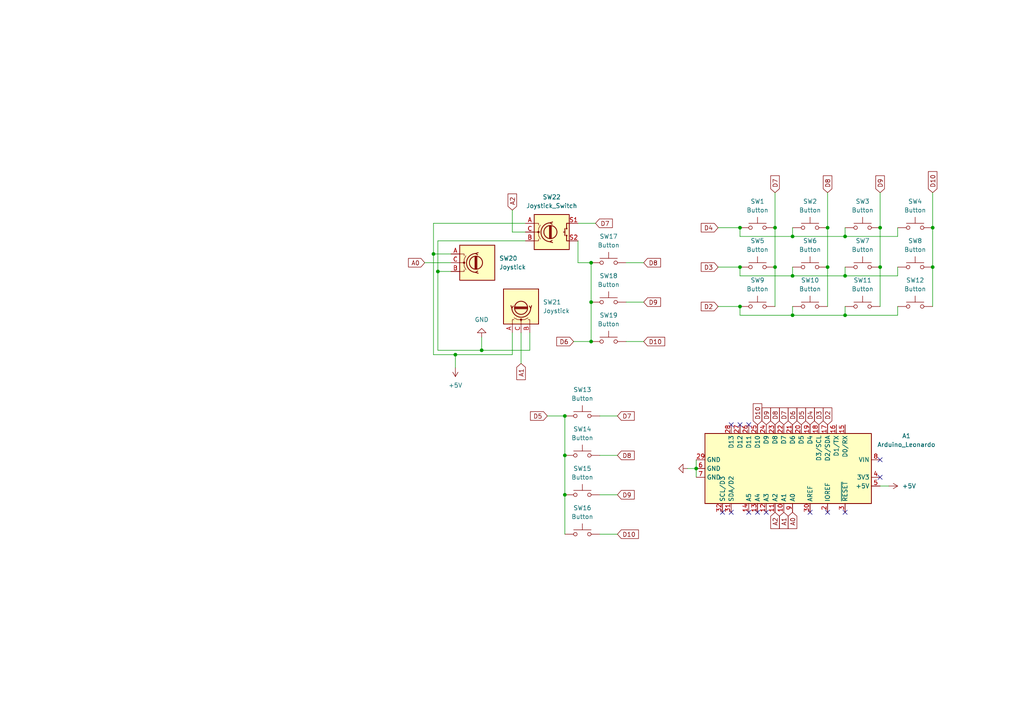
<source format=kicad_sch>
(kicad_sch (version 20230121) (generator eeschema)
  (paper "A4")
  (lib_symbols
    (symbol "Device:RotaryEncoder" (pin_names (offset 0.254) hide)
      (property "Reference" "SW" (at 0 6.604 0))
      (property "Value" "RotaryEncoder" (at 0 -6.604 0))
      (symbol "RotaryEncoder_0_1"
        (rectangle (start -5.08 5.08) (end 5.08 -5.08) (stroke (width 0.254)) (fill (type background)))
        (circle (center -3.81 0) (radius 0.254) (fill (type outline)))
        (circle (center -0.381 0) (radius 1.905) (stroke (width 0.254)))
        (arc (start -0.381 2.667) (mid -3.0988 -0.0635) (end -0.381 -2.794) (stroke (width 0.254)))
        (polyline (pts (xy -0.635 -1.778) (xy -0.635 1.778)) (stroke (width 0.254)))
        (polyline (pts (xy -0.381 -1.778) (xy -0.381 1.778)) (stroke (width 0.254)))
        (polyline (pts (xy -0.127 1.778) (xy -0.127 -1.778)) (stroke (width 0.254)))
        (polyline (pts (xy -5.08 -2.54) (xy -3.81 -2.54) (xy -3.81 -2.032)))
        (polyline (pts (xy -5.08 2.54) (xy -3.81 2.54) (xy -3.81 2.032)))
        (polyline (pts (xy 0.254 -3.048) (xy -0.508 -2.794) (xy 0.127 -2.413)) (stroke (width 0.254)))
        (polyline (pts (xy 0.254 2.921) (xy -0.508 2.667) (xy 0.127 2.286)) (stroke (width 0.254)))
        (polyline (pts (xy -5.08 0) (xy -3.81 0) (xy -3.81 -1.016) (xy -3.302 -2.032)))
        (polyline (pts (xy -4.318 0) (xy -3.81 0) (xy -3.81 1.016) (xy -3.302 2.032)))
      )
      (symbol "RotaryEncoder_1_1"
        (pin passive line (at -7.62 2.54 0) (length 2.54) (name "A") (number "A"))
        (pin passive line (at -7.62 -2.54 0) (length 2.54) (name "B") (number "B"))
        (pin passive line (at -7.62 0 0) (length 2.54) (name "C") (number "C"))
      )
    )
    (symbol "Device:RotaryEncoder_Switch" (pin_names (offset 0.254) hide)
      (property "Reference" "SW" (at 0 6.604 0))
      (property "Value" "RotaryEncoder_Switch" (at 0 -6.604 0))
      (symbol "RotaryEncoder_Switch_0_1"
        (rectangle (start -5.08 5.08) (end 5.08 -5.08) (stroke (width 0.254)) (fill (type background)))
        (circle (center -3.81 0) (radius 0.254) (fill (type outline)))
        (circle (center -0.381 0) (radius 1.905) (stroke (width 0.254)))
        (arc (start -0.381 2.667) (mid -3.0988 -0.0635) (end -0.381 -2.794) (stroke (width 0.254)))
        (polyline (pts (xy -0.635 -1.778) (xy -0.635 1.778)) (stroke (width 0.254)))
        (polyline (pts (xy -0.381 -1.778) (xy -0.381 1.778)) (stroke (width 0.254)))
        (polyline (pts (xy -0.127 1.778) (xy -0.127 -1.778)) (stroke (width 0.254)))
        (polyline (pts (xy 3.81 0) (xy 3.429 0)) (stroke (width 0.254)))
        (polyline (pts (xy 3.81 1.016) (xy 3.81 -1.016)) (stroke (width 0.254)))
        (polyline (pts (xy -5.08 -2.54) (xy -3.81 -2.54) (xy -3.81 -2.032)))
        (polyline (pts (xy -5.08 2.54) (xy -3.81 2.54) (xy -3.81 2.032)))
        (polyline (pts (xy 0.254 -3.048) (xy -0.508 -2.794) (xy 0.127 -2.413)) (stroke (width 0.254)))
        (polyline (pts (xy 0.254 2.921) (xy -0.508 2.667) (xy 0.127 2.286)) (stroke (width 0.254)))
        (polyline (pts (xy 5.08 -2.54) (xy 4.318 -2.54) (xy 4.318 -1.016)) (stroke (width 0.254)))
        (polyline (pts (xy 5.08 2.54) (xy 4.318 2.54) (xy 4.318 1.016)) (stroke (width 0.254)))
        (polyline (pts (xy -5.08 0) (xy -3.81 0) (xy -3.81 -1.016) (xy -3.302 -2.032)))
        (polyline (pts (xy -4.318 0) (xy -3.81 0) (xy -3.81 1.016) (xy -3.302 2.032)))
        (circle (center 4.318 -1.016) (radius 0.127) (stroke (width 0.254)))
        (circle (center 4.318 1.016) (radius 0.127) (stroke (width 0.254)))
      )
      (symbol "RotaryEncoder_Switch_1_1"
        (pin passive line (at -7.62 2.54 0) (length 2.54) (name "A") (number "A"))
        (pin passive line (at -7.62 -2.54 0) (length 2.54) (name "B") (number "B"))
        (pin passive line (at -7.62 0 0) (length 2.54) (name "C") (number "C"))
        (pin passive line (at 7.62 2.54 180) (length 2.54) (name "S1") (number "S1"))
        (pin passive line (at 7.62 -2.54 180) (length 2.54) (name "S2") (number "S2"))
      )
    )
    (symbol "MCU_Module:Arduino_Leonardo"
      (property "Reference" "A" (at -10.16 23.495 0))
      (property "Value" "Arduino_Leonardo" (at 5.08 -26.67 0))
      (symbol "Arduino_Leonardo_0_1"
        (rectangle (start -10.16 22.86) (end 10.16 -25.4) (stroke (width 0.254)) (fill (type background)))
      )
      (symbol "Arduino_Leonardo_1_1"
        (pin no_connect line (at -10.16 -20.32 0) (length 2.54) hide (name "NC") (number "1"))
        (pin bidirectional line (at 12.7 -2.54 180) (length 2.54) (name "A1") (number "10"))
        (pin bidirectional line (at 12.7 -5.08 180) (length 2.54) (name "A2") (number "11"))
        (pin bidirectional line (at 12.7 -7.62 180) (length 2.54) (name "A3") (number "12"))
        (pin bidirectional line (at 12.7 -10.16 180) (length 2.54) (name "A4") (number "13"))
        (pin bidirectional line (at 12.7 -12.7 180) (length 2.54) (name "A5") (number "14"))
        (pin bidirectional line (at -12.7 15.24 0) (length 2.54) (name "D0/RX") (number "15"))
        (pin bidirectional line (at -12.7 12.7 0) (length 2.54) (name "D1/TX") (number "16"))
        (pin bidirectional line (at -12.7 10.16 0) (length 2.54) (name "D2/SDA") (number "17"))
        (pin bidirectional line (at -12.7 7.62 0) (length 2.54) (name "D3/SCL") (number "18"))
        (pin bidirectional line (at -12.7 5.08 0) (length 2.54) (name "D4") (number "19"))
        (pin output line (at 12.7 10.16 180) (length 2.54) (name "IOREF") (number "2"))
        (pin bidirectional line (at -12.7 2.54 0) (length 2.54) (name "D5") (number "20"))
        (pin bidirectional line (at -12.7 0 0) (length 2.54) (name "D6") (number "21"))
        (pin bidirectional line (at -12.7 -2.54 0) (length 2.54) (name "D7") (number "22"))
        (pin bidirectional line (at -12.7 -5.08 0) (length 2.54) (name "D8") (number "23"))
        (pin bidirectional line (at -12.7 -7.62 0) (length 2.54) (name "D9") (number "24"))
        (pin bidirectional line (at -12.7 -10.16 0) (length 2.54) (name "D10") (number "25"))
        (pin bidirectional line (at -12.7 -12.7 0) (length 2.54) (name "D11") (number "26"))
        (pin bidirectional line (at -12.7 -15.24 0) (length 2.54) (name "D12") (number "27"))
        (pin bidirectional line (at -12.7 -17.78 0) (length 2.54) (name "D13") (number "28"))
        (pin power_in line (at -2.54 -27.94 90) (length 2.54) (name "GND") (number "29"))
        (pin input line (at 12.7 15.24 180) (length 2.54) (name "~{RESET}") (number "3"))
        (pin input line (at 12.7 5.08 180) (length 2.54) (name "AREF") (number "30"))
        (pin bidirectional line (at 12.7 -17.78 180) (length 2.54) (name "SDA/D2") (number "31"))
        (pin bidirectional line (at 12.7 -20.32 180) (length 2.54) (name "SCL/D3") (number "32"))
        (pin power_out line (at 2.54 25.4 270) (length 2.54) (name "3V3") (number "4"))
        (pin power_out line (at 5.08 25.4 270) (length 2.54) (name "+5V") (number "5"))
        (pin power_in line (at 0 -27.94 90) (length 2.54) (name "GND") (number "6"))
        (pin power_in line (at 2.54 -27.94 90) (length 2.54) (name "GND") (number "7"))
        (pin power_in line (at -2.54 25.4 270) (length 2.54) (name "VIN") (number "8"))
        (pin bidirectional line (at 12.7 0 180) (length 2.54) (name "A0") (number "9"))
      )
    )
    (symbol "Switch:SW_Push" (pin_numbers hide) (pin_names (offset 1.016) hide)
      (property "Reference" "SW" (at 1.27 2.54 0))
      (property "Value" "SW_Push" (at 0 -1.524 0))
      (symbol "SW_Push_0_1"
        (circle (center -2.032 0) (radius 0.508))
        (polyline (pts (xy 0 1.27) (xy 0 3.048)))
        (polyline (pts (xy 2.54 1.27) (xy -2.54 1.27)))
        (circle (center 2.032 0) (radius 0.508))
        (pin passive line (at -5.08 0 0) (length 2.54) (name "1") (number "1"))
        (pin passive line (at 5.08 0 180) (length 2.54) (name "2") (number "2"))
      )
    )
    (symbol "power:+5V" (power) (pin_names (offset 0))
      (property "Value" "+5V" (at 0 3.556 0))
      (symbol "+5V_0_1"
        (polyline (pts (xy -0.762 1.27) (xy 0 2.54)))
        (polyline (pts (xy 0 0) (xy 0 2.54)))
        (polyline (pts (xy 0 2.54) (xy 0.762 1.27)))
      )
      (symbol "+5V_1_1"
        (pin power_in line (at 0 0 90) (length 0) hide (name "+5V") (number "1"))
      )
    )
    (symbol "power:GND" (power) (pin_names (offset 0))
      (property "Value" "GND" (at 0 -3.81 0))
      (symbol "GND_0_1"
        (polyline (pts (xy 0 0) (xy 0 -1.27) (xy 1.27 -1.27) (xy 0 -2.54) (xy -1.27 -1.27) (xy 0 -1.27)))
      )
      (symbol "GND_1_1"
        (pin power_in line (at 0 0 270) (length 0) hide (name "GND") (number "1"))
      )
    )
  )
  (junction (at 132.08 102.87))
  (junction (at 245.11 91.44))
  (junction (at 125.73 73.66))
  (junction (at 163.83 132.08))
  (junction (at 255.27 66.04))
  (junction (at 214.63 88.9))
  (junction (at 270.51 66.04))
  (junction (at 229.87 80.01))
  (junction (at 127 78.74))
  (junction (at 229.87 91.44))
  (junction (at 171.45 87.63))
  (junction (at 171.45 76.2))
  (junction (at 163.83 120.65))
  (junction (at 139.7 101.6))
  (junction (at 214.63 77.47))
  (junction (at 224.79 66.04))
  (junction (at 224.79 77.47))
  (junction (at 214.63 66.04))
  (junction (at 245.11 68.58))
  (junction (at 163.83 143.51))
  (junction (at 201.93 135.89))
  (junction (at 270.51 77.47))
  (junction (at 171.45 99.06))
  (junction (at 240.03 66.04))
  (junction (at 245.11 80.01))
  (junction (at 255.27 77.47))
  (junction (at 229.87 68.58))
  (junction (at 240.03 77.47))
  (no_connect (at 240.03 148.59))
  (no_connect (at 234.95 148.59))
  (no_connect (at 255.27 138.43))
  (no_connect (at 222.25 148.59))
  (no_connect (at 217.17 123.19))
  (no_connect (at 217.17 148.59))
  (no_connect (at 212.09 123.19))
  (no_connect (at 245.11 148.59))
  (no_connect (at 219.71 148.59))
  (no_connect (at 212.09 148.59))
  (no_connect (at 214.63 123.19))
  (no_connect (at 255.27 133.35))
  (no_connect (at 209.55 148.59))
  (wire (pts (xy 127 69.85) (xy 127 78.74)))
  (wire (pts (xy 167.64 64.77) (xy 172.72 64.77)))
  (wire (pts (xy 125.73 73.66) (xy 125.73 102.87)))
  (wire (pts (xy 148.59 102.87) (xy 148.59 96.52)))
  (wire (pts (xy 270.51 66.04) (xy 270.51 77.47)))
  (wire (pts (xy 132.08 102.87) (xy 148.59 102.87)))
  (wire (pts (xy 199.39 135.89) (xy 201.93 135.89)))
  (wire (pts (xy 148.59 67.31) (xy 148.59 60.96)))
  (wire (pts (xy 245.11 91.44) (xy 229.87 91.44)))
  (wire (pts (xy 260.35 88.9) (xy 260.35 91.44)))
  (wire (pts (xy 255.27 140.97) (xy 257.81 140.97)))
  (wire (pts (xy 163.83 143.51) (xy 163.83 154.94)))
  (wire (pts (xy 125.73 73.66) (xy 130.81 73.66)))
  (wire (pts (xy 173.99 120.65) (xy 179.07 120.65)))
  (wire (pts (xy 173.99 154.94) (xy 179.07 154.94)))
  (wire (pts (xy 127 78.74) (xy 130.81 78.74)))
  (wire (pts (xy 173.99 132.08) (xy 179.07 132.08)))
  (wire (pts (xy 260.35 68.58) (xy 245.11 68.58)))
  (wire (pts (xy 260.35 80.01) (xy 245.11 80.01)))
  (wire (pts (xy 229.87 88.9) (xy 229.87 91.44)))
  (wire (pts (xy 139.7 101.6) (xy 153.67 101.6)))
  (wire (pts (xy 260.35 66.04) (xy 260.35 68.58)))
  (wire (pts (xy 240.03 55.88) (xy 240.03 66.04)))
  (wire (pts (xy 132.08 102.87) (xy 132.08 106.68)))
  (wire (pts (xy 214.63 80.01) (xy 214.63 77.47)))
  (wire (pts (xy 151.13 96.52) (xy 151.13 105.41)))
  (wire (pts (xy 245.11 68.58) (xy 229.87 68.58)))
  (wire (pts (xy 127 78.74) (xy 127 101.6)))
  (wire (pts (xy 152.4 67.31) (xy 148.59 67.31)))
  (wire (pts (xy 245.11 80.01) (xy 229.87 80.01)))
  (wire (pts (xy 171.45 87.63) (xy 171.45 99.06)))
  (wire (pts (xy 201.93 135.89) (xy 201.93 138.43)))
  (wire (pts (xy 245.11 88.9) (xy 245.11 91.44)))
  (wire (pts (xy 125.73 64.77) (xy 125.73 73.66)))
  (wire (pts (xy 167.64 69.85) (xy 167.64 76.2)))
  (wire (pts (xy 224.79 55.88) (xy 224.79 66.04)))
  (wire (pts (xy 173.99 143.51) (xy 179.07 143.51)))
  (wire (pts (xy 125.73 102.87) (xy 132.08 102.87)))
  (wire (pts (xy 208.28 66.04) (xy 214.63 66.04)))
  (wire (pts (xy 123.19 76.2) (xy 130.81 76.2)))
  (wire (pts (xy 163.83 120.65) (xy 163.83 132.08)))
  (wire (pts (xy 270.51 77.47) (xy 270.51 88.9)))
  (wire (pts (xy 167.64 76.2) (xy 171.45 76.2)))
  (wire (pts (xy 214.63 68.58) (xy 214.63 66.04)))
  (wire (pts (xy 229.87 68.58) (xy 214.63 68.58)))
  (wire (pts (xy 158.75 120.65) (xy 163.83 120.65)))
  (wire (pts (xy 181.61 76.2) (xy 186.69 76.2)))
  (wire (pts (xy 208.28 77.47) (xy 214.63 77.47)))
  (wire (pts (xy 240.03 66.04) (xy 240.03 77.47)))
  (wire (pts (xy 255.27 77.47) (xy 255.27 88.9)))
  (wire (pts (xy 181.61 99.06) (xy 186.69 99.06)))
  (wire (pts (xy 229.87 66.04) (xy 229.87 68.58)))
  (wire (pts (xy 139.7 97.79) (xy 139.7 101.6)))
  (wire (pts (xy 270.51 55.88) (xy 270.51 66.04)))
  (wire (pts (xy 245.11 77.47) (xy 245.11 80.01)))
  (wire (pts (xy 224.79 66.04) (xy 224.79 77.47)))
  (wire (pts (xy 214.63 91.44) (xy 214.63 88.9)))
  (wire (pts (xy 255.27 55.88) (xy 255.27 66.04)))
  (wire (pts (xy 260.35 77.47) (xy 260.35 80.01)))
  (wire (pts (xy 201.93 133.35) (xy 201.93 135.89)))
  (wire (pts (xy 229.87 77.47) (xy 229.87 80.01)))
  (wire (pts (xy 260.35 91.44) (xy 245.11 91.44)))
  (wire (pts (xy 229.87 91.44) (xy 214.63 91.44)))
  (wire (pts (xy 171.45 76.2) (xy 171.45 87.63)))
  (wire (pts (xy 152.4 69.85) (xy 127 69.85)))
  (wire (pts (xy 245.11 66.04) (xy 245.11 68.58)))
  (wire (pts (xy 152.4 64.77) (xy 125.73 64.77)))
  (wire (pts (xy 224.79 77.47) (xy 224.79 88.9)))
  (wire (pts (xy 153.67 101.6) (xy 153.67 96.52)))
  (wire (pts (xy 229.87 80.01) (xy 214.63 80.01)))
  (wire (pts (xy 240.03 77.47) (xy 240.03 88.9)))
  (wire (pts (xy 127 101.6) (xy 139.7 101.6)))
  (wire (pts (xy 166.37 99.06) (xy 171.45 99.06)))
  (wire (pts (xy 163.83 132.08) (xy 163.83 143.51)))
  (wire (pts (xy 181.61 87.63) (xy 186.69 87.63)))
  (wire (pts (xy 255.27 66.04) (xy 255.27 77.47)))
  (wire (pts (xy 208.28 88.9) (xy 214.63 88.9)))
  (global_label "A2" (shape input) (at 148.59 60.96 90) (property "Intersheetrefs" "${INTERSHEET_REFS}" (effects hide)))
  (global_label "A1" (shape input) (at 227.33 148.59 270) (property "Intersheetrefs" "${INTERSHEET_REFS}" (effects hide)))
  (global_label "D9" (shape input) (at 186.69 87.63 0) (property "Intersheetrefs" "${INTERSHEET_REFS}" (effects hide)))
  (global_label "D8" (shape input) (at 240.03 55.88 90) (property "Intersheetrefs" "${INTERSHEET_REFS}" (effects hide)))
  (global_label "D9" (shape input) (at 255.27 55.88 90) (property "Intersheetrefs" "${INTERSHEET_REFS}" (effects hide)))
  (global_label "D5" (shape input) (at 158.75 120.65 180) (property "Intersheetrefs" "${INTERSHEET_REFS}" (effects hide)))
  (global_label "D8" (shape input) (at 224.79 123.19 90) (property "Intersheetrefs" "${INTERSHEET_REFS}" (effects hide)))
  (global_label "D10" (shape input) (at 179.07 154.94 0) (property "Intersheetrefs" "${INTERSHEET_REFS}" (effects hide)))
  (global_label "D10" (shape input) (at 186.69 99.06 0) (property "Intersheetrefs" "${INTERSHEET_REFS}" (effects hide)))
  (global_label "D4" (shape input) (at 234.95 123.19 90) (property "Intersheetrefs" "${INTERSHEET_REFS}" (effects hide)))
  (global_label "D5" (shape input) (at 232.41 123.19 90) (property "Intersheetrefs" "${INTERSHEET_REFS}" (effects hide)))
  (global_label "D7" (shape input) (at 227.33 123.19 90) (property "Intersheetrefs" "${INTERSHEET_REFS}" (effects hide)))
  (global_label "D6" (shape input) (at 229.87 123.19 90) (property "Intersheetrefs" "${INTERSHEET_REFS}" (effects hide)))
  (global_label "D10" (shape input) (at 270.51 55.88 90) (property "Intersheetrefs" "${INTERSHEET_REFS}" (effects hide)))
  (global_label "D9" (shape input) (at 222.25 123.19 90) (property "Intersheetrefs" "${INTERSHEET_REFS}" (effects hide)))
  (global_label "A0" (shape input) (at 229.87 148.59 270) (property "Intersheetrefs" "${INTERSHEET_REFS}" (effects hide)))
  (global_label "D10" (shape input) (at 219.71 123.19 90) (property "Intersheetrefs" "${INTERSHEET_REFS}" (effects hide)))
  (global_label "D7" (shape input) (at 179.07 120.65 0) (property "Intersheetrefs" "${INTERSHEET_REFS}" (effects hide)))
  (global_label "D9" (shape input) (at 179.07 143.51 0) (property "Intersheetrefs" "${INTERSHEET_REFS}" (effects hide)))
  (global_label "A0" (shape input) (at 123.19 76.2 180) (property "Intersheetrefs" "${INTERSHEET_REFS}" (effects hide)))
  (global_label "D3" (shape input) (at 237.49 123.19 90) (property "Intersheetrefs" "${INTERSHEET_REFS}" (effects hide)))
  (global_label "D4" (shape input) (at 208.28 66.04 180) (property "Intersheetrefs" "${INTERSHEET_REFS}" (effects hide)))
  (global_label "D8" (shape input) (at 186.69 76.2 0) (property "Intersheetrefs" "${INTERSHEET_REFS}" (effects hide)))
  (global_label "A1" (shape input) (at 151.13 105.41 270) (property "Intersheetrefs" "${INTERSHEET_REFS}" (effects hide)))
  (global_label "D8" (shape input) (at 179.07 132.08 0) (property "Intersheetrefs" "${INTERSHEET_REFS}" (effects hide)))
  (global_label "A2" (shape input) (at 224.79 148.59 270) (property "Intersheetrefs" "${INTERSHEET_REFS}" (effects hide)))
  (global_label "D2" (shape input) (at 240.03 123.19 90) (property "Intersheetrefs" "${INTERSHEET_REFS}" (effects hide)))
  (global_label "D7" (shape input) (at 172.72 64.77 0) (property "Intersheetrefs" "${INTERSHEET_REFS}" (effects hide)))
  (global_label "D3" (shape input) (at 208.28 77.47 180) (property "Intersheetrefs" "${INTERSHEET_REFS}" (effects hide)))
  (global_label "D7" (shape input) (at 224.79 55.88 90) (property "Intersheetrefs" "${INTERSHEET_REFS}" (effects hide)))
  (global_label "D2" (shape input) (at 208.28 88.9 180) (property "Intersheetrefs" "${INTERSHEET_REFS}" (effects hide)))
  (global_label "D6" (shape input) (at 166.37 99.06 180) (property "Intersheetrefs" "${INTERSHEET_REFS}" (effects hide)))
  (symbol (lib_id "Switch:SW_Push") (at 168.91 132.08 0) (unit 1)
    (property "Reference" "SW14" (at 168.91 124.46 0))
    (property "Value" "Button" (at 168.91 127 0))
  )
  (symbol (lib_id "Device:RotaryEncoder_Switch") (at 160.02 67.31 0) (unit 1)
    (property "Reference" "SW22" (at 160.02 57.15 0))
    (property "Value" "Joystick_Switch" (at 160.02 59.69 0))
  )
  (symbol (lib_id "Switch:SW_Push") (at 265.43 66.04 0) (unit 1)
    (property "Reference" "SW4" (at 265.43 58.42 0))
    (property "Value" "Button" (at 265.43 60.96 0))
  )
  (symbol (lib_id "Switch:SW_Push") (at 176.53 76.2 0) (unit 1)
    (property "Reference" "SW17" (at 176.53 68.58 0))
    (property "Value" "Button" (at 176.53 71.12 0))
  )
  (symbol (lib_id "Switch:SW_Push") (at 219.71 77.47 0) (unit 1)
    (property "Reference" "SW5" (at 219.71 69.85 0))
    (property "Value" "Button" (at 219.71 72.39 0))
  )
  (symbol (lib_id "Switch:SW_Push") (at 265.43 88.9 0) (unit 1)
    (property "Reference" "SW12" (at 265.43 81.28 0))
    (property "Value" "Button" (at 265.43 83.82 0))
  )
  (symbol (lib_id "Switch:SW_Push") (at 168.91 154.94 0) (unit 1)
    (property "Reference" "SW16" (at 168.91 147.32 0))
    (property "Value" "Button" (at 168.91 149.86 0))
  )
  (symbol (lib_id "Switch:SW_Push") (at 176.53 99.06 0) (unit 1)
    (property "Reference" "SW19" (at 176.53 91.44 0))
    (property "Value" "Button" (at 176.53 93.98 0))
  )
  (symbol (lib_id "power:+5V") (at 257.81 140.97 270) (unit 1)
    (property "Reference" "#PWR01" (effects hide))
    (property "Value" "+5V" (at 261.62 140.97 90) (effects (justify left)))
  )
  (symbol (lib_id "Switch:SW_Push") (at 219.71 66.04 0) (unit 1)
    (property "Reference" "SW1" (at 219.71 58.42 0))
    (property "Value" "Button" (at 219.71 60.96 0))
  )
  (symbol (lib_id "Device:RotaryEncoder") (at 138.43 76.2 0) (unit 1)
    (property "Reference" "SW20" (at 144.78 74.93 0) (effects (justify left)))
    (property "Value" "Joystick" (at 144.78 77.47 0) (effects (justify left)))
  )
  (symbol (lib_id "Switch:SW_Push") (at 234.95 88.9 0) (unit 1)
    (property "Reference" "SW10" (at 234.95 81.28 0))
    (property "Value" "Button" (at 234.95 83.82 0))
  )
  (symbol (lib_id "Switch:SW_Push") (at 265.43 77.47 0) (unit 1)
    (property "Reference" "SW8" (at 265.43 69.85 0))
    (property "Value" "Button" (at 265.43 72.39 0))
  )
  (symbol (lib_id "Device:RotaryEncoder") (at 151.13 88.9 90) (unit 1)
    (property "Reference" "SW21" (at 157.48 87.63 90) (effects (justify right)))
    (property "Value" "Joystick" (at 157.48 90.17 90) (effects (justify right)))
  )
  (symbol (lib_id "Switch:SW_Push") (at 168.91 143.51 0) (unit 1)
    (property "Reference" "SW15" (at 168.91 135.89 0))
    (property "Value" "Button" (at 168.91 138.43 0))
  )
  (symbol (lib_id "Switch:SW_Push") (at 250.19 88.9 0) (unit 1)
    (property "Reference" "SW11" (at 250.19 81.28 0))
    (property "Value" "Button" (at 250.19 83.82 0))
  )
  (symbol (lib_id "power:GND") (at 199.39 135.89 270) (unit 1)
    (property "Reference" "#PWR02" (effects hide))
    (property "Value" "GND" (effects hide))
  )
  (symbol (lib_id "Switch:SW_Push") (at 219.71 88.9 0) (unit 1)
    (property "Reference" "SW9" (at 219.71 81.28 0))
    (property "Value" "Button" (at 219.71 83.82 0))
  )
  (symbol (lib_id "Switch:SW_Push") (at 250.19 77.47 0) (unit 1)
    (property "Reference" "SW7" (at 250.19 69.85 0))
    (property "Value" "Button" (at 250.19 72.39 0))
  )
  (symbol (lib_id "Switch:SW_Push") (at 234.95 77.47 0) (unit 1)
    (property "Reference" "SW6" (at 234.95 69.85 0))
    (property "Value" "Button" (at 234.95 72.39 0))
  )
  (symbol (lib_id "Switch:SW_Push") (at 168.91 120.65 0) (unit 1)
    (property "Reference" "SW13" (at 168.91 113.03 0))
    (property "Value" "Button" (at 168.91 115.57 0))
  )
  (symbol (lib_id "power:+5V") (at 132.08 106.68 180) (unit 1)
    (property "Reference" "#PWR0101" (effects hide))
    (property "Value" "+5V" (at 132.08 111.76 0))
  )
  (symbol (lib_id "Switch:SW_Push") (at 176.53 87.63 0) (unit 1)
    (property "Reference" "SW18" (at 176.53 80.01 0))
    (property "Value" "Button" (at 176.53 82.55 0))
  )
  (symbol (lib_id "MCU_Module:Arduino_Leonardo") (at 229.87 135.89 270) (unit 1)
    (property "Reference" "A1" (at 262.89 126.4219 90))
    (property "Value" "Arduino_Leonardo" (at 262.89 128.9619 90))
    (property "Footprint" "Module:Arduino_UNO_R3" (effects hide))
    (property "Datasheet" "https://www.arduino.cc/en/Main/ArduinoBoardLeonardo" (effects hide))
  )
  (symbol (lib_id "Switch:SW_Push") (at 234.95 66.04 0) (unit 1)
    (property "Reference" "SW2" (at 234.95 58.42 0))
    (property "Value" "Button" (at 234.95 60.96 0))
  )
  (symbol (lib_id "Switch:SW_Push") (at 250.19 66.04 0) (unit 1)
    (property "Reference" "SW3" (at 250.19 58.42 0))
    (property "Value" "Button" (at 250.19 60.96 0))
  )
  (symbol (lib_id "power:GND") (at 139.7 97.79 180) (unit 1)
    (property "Reference" "#PWR0102" (effects hide))
    (property "Value" "GND" (at 139.7 92.71 0))
  )
)
</source>
